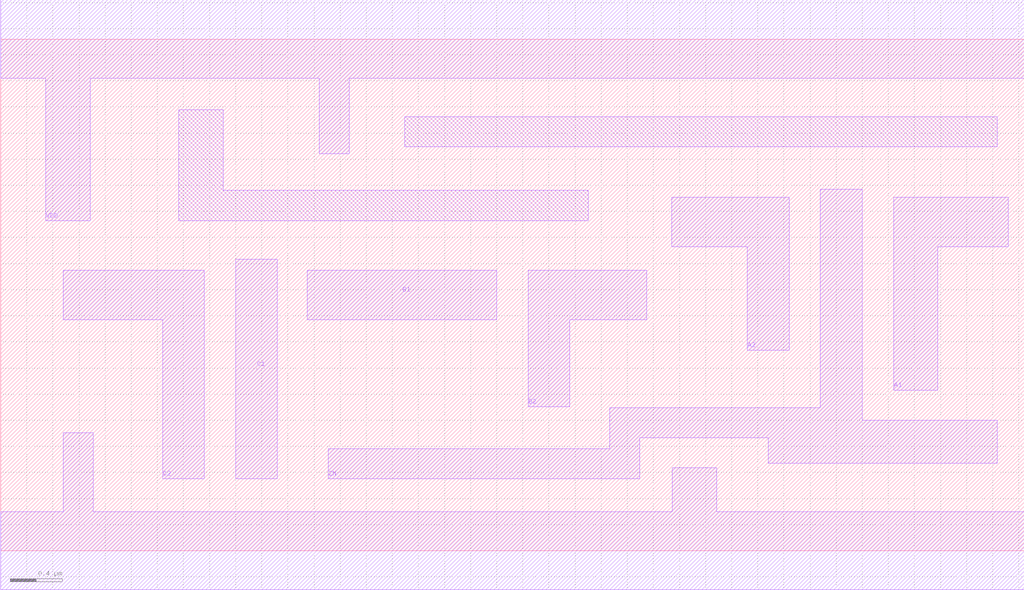
<source format=lef>
# Copyright 2022 GlobalFoundries PDK Authors
#
# Licensed under the Apache License, Version 2.0 (the "License");
# you may not use this file except in compliance with the License.
# You may obtain a copy of the License at
#
#      http://www.apache.org/licenses/LICENSE-2.0
#
# Unless required by applicable law or agreed to in writing, software
# distributed under the License is distributed on an "AS IS" BASIS,
# WITHOUT WARRANTIES OR CONDITIONS OF ANY KIND, either express or implied.
# See the License for the specific language governing permissions and
# limitations under the License.

MACRO gf180mcu_fd_sc_mcu7t5v0__aoi222_1
  CLASS core ;
  FOREIGN gf180mcu_fd_sc_mcu7t5v0__aoi222_1 0.0 0.0 ;
  ORIGIN 0 0 ;
  SYMMETRY X Y ;
  SITE GF018hv5v_mcu_sc7 ;
  SIZE 7.84 BY 3.92 ;
  PIN A1
    DIRECTION INPUT ;
    ANTENNAGATEAREA 1.072 ;
    PORT
      LAYER METAL1 ;
        POLYGON 6.84 1.23 7.18 1.23 7.18 2.33 7.72 2.33 7.72 2.71 6.84 2.71  ;
    END
  END A1
  PIN A2
    DIRECTION INPUT ;
    ANTENNAGATEAREA 1.072 ;
    PORT
      LAYER METAL1 ;
        POLYGON 5.14 2.33 5.72 2.33 5.72 1.535 6.04 1.535 6.04 2.71 5.14 2.71  ;
    END
  END A2
  PIN B1
    DIRECTION INPUT ;
    ANTENNAGATEAREA 1.072 ;
    PORT
      LAYER METAL1 ;
        POLYGON 2.35 1.77 3.8 1.77 3.8 2.15 2.35 2.15  ;
    END
  END B1
  PIN B2
    DIRECTION INPUT ;
    ANTENNAGATEAREA 1.072 ;
    PORT
      LAYER METAL1 ;
        POLYGON 4.04 1.105 4.36 1.105 4.36 1.77 4.95 1.77 4.95 2.15 4.04 2.15  ;
    END
  END B2
  PIN C1
    DIRECTION INPUT ;
    ANTENNAGATEAREA 1.072 ;
    PORT
      LAYER METAL1 ;
        POLYGON 1.8 0.55 2.12 0.55 2.12 2.235 1.8 2.235  ;
    END
  END C1
  PIN C2
    DIRECTION INPUT ;
    ANTENNAGATEAREA 1.072 ;
    PORT
      LAYER METAL1 ;
        POLYGON 0.48 1.77 1.24 1.77 1.24 0.55 1.56 0.55 1.56 2.15 0.48 2.15  ;
    END
  END C2
  PIN ZN
    DIRECTION OUTPUT ;
    ANTENNADIFFAREA 1.7565 ;
    PORT
      LAYER METAL1 ;
        POLYGON 2.51 0.55 4.895 0.55 4.895 0.865 5.88 0.865 5.88 0.67 7.635 0.67 7.635 1 6.6 1 6.6 2.77 6.28 2.77 6.28 1.095 4.665 1.095 4.665 0.78 2.51 0.78  ;
    END
  END ZN
  PIN VDD
    DIRECTION INOUT ;
    USE power ;
    SHAPE ABUTMENT ;
    PORT
      LAYER METAL1 ;
        POLYGON 0 3.62 0.345 3.62 0.345 2.53 0.685 2.53 0.685 3.62 2.44 3.62 2.44 3.04 2.67 3.04 2.67 3.62 7.635 3.62 7.84 3.62 7.84 4.22 7.635 4.22 0 4.22  ;
    END
  END VDD
  PIN VSS
    DIRECTION INOUT ;
    USE ground ;
    SHAPE ABUTMENT ;
    PORT
      LAYER METAL1 ;
        POLYGON 0 -0.3 7.84 -0.3 7.84 0.3 5.485 0.3 5.485 0.635 5.145 0.635 5.145 0.3 0.71 0.3 0.71 0.905 0.48 0.905 0.48 0.3 0 0.3  ;
    END
  END VSS
  OBS
      LAYER METAL1 ;
        POLYGON 1.365 2.53 4.5 2.53 4.5 2.76 1.705 2.76 1.705 3.38 1.365 3.38  ;
        POLYGON 3.095 3.095 7.635 3.095 7.635 3.325 3.095 3.325  ;
  END
END gf180mcu_fd_sc_mcu7t5v0__aoi222_1

</source>
